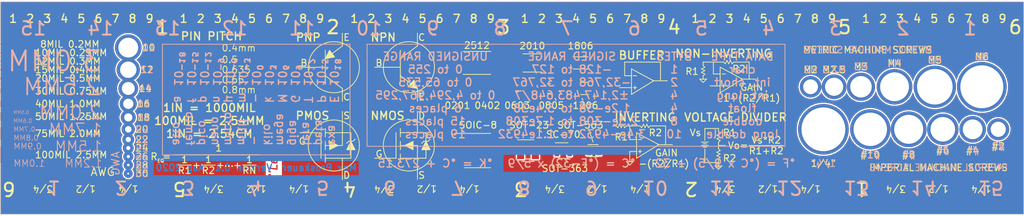
<source format=kicad_pcb>
(kicad_pcb (version 20171130) (host pcbnew "(5.1.4)-1")
  (title_block (title "6\" PCB Ruler") (date 2020-08-07) (rev 0.1) (company "Max Proskauer"))
  (layers (0 F.Cu signal hide) (31 B.Cu signal) (34 B.Paste user) (35 F.Paste user hide) (36 B.SilkS user) (37 F.SilkS user hide) (38 B.Mask user) (39 F.Mask user hide) (44 Edge.Cuts user))
  (net 0 "")
  (module ruler:Wire_Gauge (layer F.Cu) (at 95.25 83.058)
    (fp_text reference AWG (at -3.81 18.542) (layer F.SilkS) (effects (font (size 1.2 1.2))))
    (fp_text value Wire_Gauge)
    (fp_text user AWG (at -1.905 17.272 270) (layer B.SilkS) (effects (font (size 1.2 1.2)) (justify mirror)))
    (fp_text user 10 (at 3.048 0) (layer B.SilkS) (effects (justify mirror)))
    (fp_text user 12 (at 2.794 3.302 180) (layer B.SilkS) (effects (justify mirror)))
    (fp_text user 14 (at 2.54 6.096) (layer B.SilkS) (effects (justify mirror)))
    (fp_text user 16 (at 2.286 8.382) (layer B.SilkS) (effects (justify mirror)))
    (fp_text user 18 (at 2.286 10.414) (layer B.SilkS) (effects (justify mirror)))
    (fp_text user 20 (at 2.032 12.192) (layer B.SilkS) (effects (justify mirror)))
    (fp_text user 22 (at 2.032 13.716) (layer B.SilkS) (effects (justify mirror)))
    (fp_text user 24 (at 2.032 14.986) (layer B.SilkS) (effects (justify mirror)))
    (fp_text user 26 (at 2.032 16.256) (layer B.SilkS) (effects (justify mirror)))
    (fp_text user 28 (at 2.032 17.526) (layer B.SilkS) (effects (justify mirror)))
    (fp_text user 30 (at 2.032 18.796) (layer B.SilkS) (effects (justify mirror)))
    (fp_text user 26 (at 2.032 16.256) (layer F.SilkS))
    (fp_text user 24 (at 2.032 14.986) (layer F.SilkS))
    (fp_text user 22 (at 2.032 13.716) (layer F.SilkS))
    (fp_text user 20 (at 2.032 12.192) (layer F.SilkS))
    (fp_text user 18 (at 2.286 10.414) (layer F.SilkS))
    (fp_text user 16 (at 2.286 8.382) (layer F.SilkS))
    (fp_text user 14 (at 2.54 6.096) (layer F.SilkS))
    (fp_text user 10 (at 3.048 0) (layer F.SilkS))
    (fp_text user 12 (at 2.794 3.302) (layer F.SilkS))
    (fp_text user 30 (at 2.032 18.796) (layer F.SilkS))
    (fp_text user 28 (at 2.032 17.526) (layer F.SilkS))
    (pad "" thru_hole circle (at 0 18.796) (size 1.3208 1.3208) (drill 0.3048) (layers *.Cu *.Mask))
    (pad "" thru_hole circle (at 0 17.526) (size 1.397 1.397) (drill 0.381) (layers *.Cu *.Mask))
    (pad "" thru_hole circle (at 0 16.256) (size 1.4986 1.4986) (drill 0.4826) (layers *.Cu *.Mask))
    (pad "" thru_hole circle (at 0 14.986) (size 1.6256 1.6256) (drill 0.6096) (layers *.Cu *.Mask))
    (pad "" thru_hole circle (at 0 13.716) (size 1.778 1.778) (drill 0.762) (layers *.Cu *.Mask))
    (pad "" thru_hole circle (at 0 12.192) (size 1.9812 1.9812) (drill 0.9652) (layers *.Cu *.Mask))
    (pad "" thru_hole circle (at 0 10.414) (size 2.2352 2.2352) (drill 1.2192) (layers *.Cu *.Mask))
    (pad "" thru_hole circle (at 0 8.382) (size 2.54 2.54) (drill 1.524) (layers *.Cu *.Mask))
    (pad "" thru_hole circle (at 0 6.096) (size 2.9464 2.9464) (drill 1.9304) (layers *.Cu *.Mask))
    (pad "" thru_hole circle (at 0 3.302) (size 3.4544 3.4544) (drill 2.4384) (layers *.Cu *.Mask))
    (pad "" thru_hole circle (at 0 0) (size 3.9624 3.9624) (drill 2.9464) (layers *.Cu *.Mask))
  )
  (module ruler:Track_Width_Imperial (layer F.Cu) (at 76.2 82.55)
    (fp_text reference REF** hide)
    (fp_text value Track_Width_Imperial)
    (fp_text user "100MIL 2.5MM" (at 5.08 16.51) (layer F.SilkS) (effects (justify left)))
    (fp_text user "75MIL 2.0MM" (at 5.08 13.335) (layer F.SilkS) (effects (justify left)))
    (fp_text user "50MIL 1.25MM" (at 5.08 10.795) (layer F.SilkS) (effects (justify left)))
    (fp_text user "40MIL 1.0MM" (at 5.08 8.89) (layer F.SilkS) (effects (justify left)))
    (fp_text user "30MIL 0.75MM" (at 5.08 6.985) (layer F.SilkS) (effects (justify left)))
    (fp_text user "20MIL 0.5MM" (at 5.08 5.08) (layer F.SilkS) (effects (justify left)))
    (fp_text user "15MIL 0.4MM" (at 5.08 3.81) (layer F.SilkS) (effects (justify left)))
    (fp_text user "12MIL 0.3MM" (at 5.08 2.54) (layer F.SilkS) (effects (justify left)))
    (fp_text user "10MIL 0.25MM" (at 5.08 1.27) (layer F.SilkS) (effects (justify left)))
    (fp_text user " 8MIL 0.2MM" (at 5.08 0) (layer F.SilkS) (effects (justify left)))
    (pad "" smd rect (at 2.54 16.51) (size 5.08 2.54) (layers F.Cu F.Paste F.Mask))
    (pad "" smd rect (at 2.54 13.335) (size 5.08 1.905) (layers F.Cu F.Paste F.Mask))
    (pad "" smd rect (at 2.54 10.795) (size 5.08 1.27) (layers F.Cu F.Paste F.Mask))
    (pad "" smd rect (at 2.54 8.89) (size 5.08 1.016) (layers F.Cu F.Paste F.Mask))
    (pad "" smd rect (at 2.54 6.985) (size 5.08 0.762) (layers F.Cu F.Paste F.Mask))
    (pad "" smd rect (at 2.54 5.08) (size 5.08 0.508) (layers F.Cu F.Paste F.Mask))
    (pad "" smd rect (at 2.54 3.81) (size 5.08 0.381) (layers F.Cu F.Paste F.Mask))
    (pad "" smd rect (at 2.54 2.54) (size 5.08 0.3048) (layers F.Cu F.Paste F.Mask))
    (pad "" smd rect (at 2.54 1.27) (size 5.08 0.254) (layers F.Cu F.Paste F.Mask))
    (pad "" smd rect (at 2.54 0) (size 5.08 0.2032) (layers F.Cu F.Paste F.Mask))
  )
  (module ruler:Machine_Screws_Imperial (layer F.Cu) (at 224.79 95.25 180)
    (fp_text reference "IMPERIAL MACHINE SCREWS" (at 8.89 -5.715) (layer F.SilkS))
    (fp_text value Machine_Screws_Imperial)
    (fp_text user 1/4" (at 26.035 -5.08) (layer B.SilkS) (effects (justify mirror)))
    (fp_text user "#10" (at 19.05 -3.81) (layer B.SilkS) (effects (justify mirror)))
    (fp_text user "#8" (at 13.335 -3.81) (layer B.SilkS) (effects (justify mirror)))
    (fp_text user "#6" (at 8.255 -3.175) (layer B.SilkS) (effects (justify mirror)))
    (fp_text user "#4" (at 3.81 -3.175) (layer B.SilkS) (effects (justify mirror)))
    (fp_text user "#2" (at 0 -2.54) (layer B.SilkS) (effects (justify mirror)))
    (fp_text user "IMPERIAL MACHINE SCREWS" (at 8.89 -5.715) (layer B.SilkS) (effects (justify mirror)))
    (fp_text user 1/4" (at 26.035 -5.08) (layer F.SilkS))
    (fp_text user "#10" (at 19.05 -3.81) (layer F.SilkS))
    (fp_text user "#8" (at 13.335 -3.81) (layer F.SilkS))
    (fp_text user "#6" (at 8.255 -3.175) (layer F.SilkS))
    (fp_text user "#4" (at 3.81 -3.175) (layer F.SilkS))
    (fp_text user "#2" (at 0 -2.54) (layer F.SilkS))
    (pad "" thru_hole circle (at 26.035 0 180) (size 7.5438 7.5438) (drill 6.5278) (layers *.Cu *.Mask))
    (pad "" thru_hole circle (at 19.05 0 180) (size 5.9944 5.9944) (drill 4.9784) (layers *.Cu *.Mask))
    (pad "" thru_hole circle (at 13.335 0 180) (size 5.334 5.334) (drill 4.318) (layers *.Cu *.Mask))
    (pad "" thru_hole circle (at 8.255 0 180) (size 4.6736 4.6736) (drill 3.6576) (layers *.Cu *.Mask))
    (pad "" thru_hole circle (at 3.81 0 180) (size 3.9624 3.9624) (drill 2.9464) (layers *.Cu *.Mask))
    (pad "" thru_hole circle (at 0 0 180) (size 3.2766 3.2766) (drill 2.2606) (layers *.Cu *.Mask))
  )
  (module ruler:Machine_Screws_Metric (layer F.Cu) (at 196.85 88.9)
    (fp_text reference "METRIC MACHINE SCREWS" (at 8.5 -5.5) (layer F.SilkS))
    (fp_text value Machine_Screws_Metric)
    (fp_text user M6 (at 25.5 -4.5) (layer B.SilkS) (effects (justify mirror)))
    (fp_text user M5 (at 18.5 -4) (layer B.SilkS) (effects (justify mirror)))
    (fp_text user M4 (at 12.5 -3.5) (layer B.SilkS) (effects (justify mirror)))
    (fp_text user M3 (at 7.5 -3) (layer B.SilkS) (effects (justify mirror)))
    (fp_text user M2.5 (at 3.5 -2.54) (layer B.SilkS) (effects (justify mirror)))
    (fp_text user M2 (at 0 -2.54) (layer B.SilkS) (effects (justify mirror)))
    (fp_text user "METRIC MACHINE SCREWS" (at 8.5 -5.5) (layer B.SilkS) (effects (justify mirror)))
    (fp_text user M6 (at 25.5 -4.5) (layer F.SilkS))
    (fp_text user M5 (at 18.5 -4) (layer F.SilkS))
    (fp_text user M4 (at 12.5 -3.5) (layer F.SilkS))
    (fp_text user M3 (at 7.5 -3) (layer F.SilkS))
    (fp_text user M2.5 (at 3.5 -2.54) (layer F.SilkS))
    (fp_text user M2 (at 0 -2.54) (layer F.SilkS))
    (pad "" thru_hole circle (at 25.5 0) (size 7.4 7.4) (drill 6.4) (layers *.Cu *.Mask))
    (pad "" thru_hole circle (at 18.5 0) (size 6.3 6.3) (drill 5.3) (layers *.Cu *.Mask))
    (pad "" thru_hole circle (at 12.5 0) (size 5.3 5.3) (drill 4.3) (layers *.Cu *.Mask))
    (pad "" thru_hole circle (at 7.5 0) (size 4.2 4.2) (drill 3.2) (layers *.Cu *.Mask))
    (pad "" thru_hole circle (at 3.5 0) (size 3.7 3.7) (drill 2.7) (layers *.Cu *.Mask))
    (pad "" thru_hole circle (at 0 0) (size 3.2 3.2) (drill 2.2) (layers *.Cu *.Mask))
  )
  (module ruler:Pin_Pitch_Gauge (layer F.Cu) (at 105.1 86.36)
    (fp_text reference "PIN PITCH" (at 2.54 -5) (layer F.SilkS) (effects (font (size 1.2 1.2) (thickness 0.2))))
    (fp_text value Pin_Pitch_Gauge)
    (fp_text user 0.8mm (at 4 3) (layer F.SilkS) (effects (font (thickness 0.125)) (justify left)))
    (fp_text user 0.65 (at 4 1.5) (layer F.SilkS) (effects (font (thickness 0.125)) (justify left)))
    (fp_text user 0.635 (at 4 0) (layer F.SilkS) (effects (font (thickness 0.125)) (justify left)))
    (fp_text user 0.5 (at 4 -1.5) (layer F.SilkS) (effects (font (thickness 0.125)) (justify left)))
    (fp_text user 0.4mm (at 4 -3.25) (layer F.SilkS) (effects (font (thickness 0.125)) (justify left)))
    (pad "" smd rect (at 2.8 3 90) (size 1 0.25) (layers F.Cu F.Paste F.Mask))
    (pad "" smd rect (at 3.6 3 90) (size 1 0.25) (layers F.Cu F.Paste F.Mask))
    (pad "" smd rect (at -0.4 3 90) (size 1 0.25) (layers F.Cu F.Paste F.Mask))
    (pad "" smd rect (at 0.4 3 90) (size 1 0.25) (layers F.Cu F.Paste F.Mask))
    (pad "" smd rect (at 2 3 90) (size 1 0.25) (layers F.Cu F.Paste F.Mask))
    (pad "" smd rect (at 1.2 3 90) (size 1 0.25) (layers F.Cu F.Paste F.Mask))
    (pad "" smd rect (at -2 3 90) (size 1 0.25) (layers F.Cu F.Paste F.Mask))
    (pad "" smd rect (at -1.2 3 90) (size 1 0.25) (layers F.Cu F.Paste F.Mask))
    (pad "" smd rect (at -2.8 3 90) (size 1 0.25) (layers F.Cu F.Paste F.Mask))
    (pad "" smd rect (at -3.6 3 90) (size 1 0.25) (layers F.Cu F.Paste F.Mask))
    (pad "" smd rect (at 2.925 1.5 90) (size 1 0.25) (layers F.Cu F.Paste F.Mask))
    (pad "" smd rect (at 3.575 1.5 90) (size 1 0.25) (layers F.Cu F.Paste F.Mask))
    (pad "" smd rect (at 1.625 1.5 90) (size 1 0.25) (layers F.Cu F.Paste F.Mask))
    (pad "" smd rect (at 2.275 1.5 90) (size 1 0.25) (layers F.Cu F.Paste F.Mask))
    (pad "" smd rect (at 0.325 1.5 90) (size 1 0.25) (layers F.Cu F.Paste F.Mask))
    (pad "" smd rect (at 0.975 1.5 90) (size 1 0.25) (layers F.Cu F.Paste F.Mask))
    (pad "" smd rect (at -0.975 1.5 90) (size 1 0.25) (layers F.Cu F.Paste F.Mask))
    (pad "" smd rect (at -0.325 1.5 90) (size 1 0.25) (layers F.Cu F.Paste F.Mask))
    (pad "" smd rect (at -2.275 1.5 90) (size 1 0.25) (layers F.Cu F.Paste F.Mask))
    (pad "" smd rect (at -1.625 1.5 90) (size 1 0.25) (layers F.Cu F.Paste F.Mask))
    (pad "" smd rect (at -2.925 1.5 90) (size 1 0.25) (layers F.Cu F.Paste F.Mask))
    (pad "" smd rect (at -3.575 1.5 90) (size 1 0.25) (layers F.Cu F.Paste F.Mask))
    (pad "" smd rect (at 3.485 0 90) (size 1 0.25) (layers F.Cu F.Paste F.Mask))
    (pad "" smd rect (at 2.85 0 90) (size 1 0.25) (layers F.Cu F.Paste F.Mask))
    (pad "" smd rect (at 2.215 0 90) (size 1 0.25) (layers F.Cu F.Paste F.Mask))
    (pad "" smd rect (at 1.58 0 90) (size 1 0.25) (layers F.Cu F.Paste F.Mask))
    (pad "" smd rect (at 0.945 0 90) (size 1 0.25) (layers F.Cu F.Paste F.Mask))
    (pad "" smd rect (at 0.31 0 90) (size 1 0.25) (layers F.Cu F.Paste F.Mask))
    (pad "" smd rect (at -0.325 0 90) (size 1 0.25) (layers F.Cu F.Paste F.Mask))
    (pad "" smd rect (at -0.96 0 90) (size 1 0.25) (layers F.Cu F.Paste F.Mask))
    (pad "" smd rect (at -1.595 0 90) (size 1 0.25) (layers F.Cu F.Paste F.Mask))
    (pad "" smd rect (at -2.23 0 90) (size 1 0.25) (layers F.Cu F.Paste F.Mask))
    (pad "" smd rect (at -2.865 0 90) (size 1 0.25) (layers F.Cu F.Paste F.Mask))
    (pad "" smd rect (at -3.5 0 90) (size 1 0.25) (layers F.Cu F.Paste F.Mask))
    (pad "" smd rect (at 0.5 -1.5 90) (size 1 0.25) (layers F.Cu F.Paste F.Mask))
    (pad "" smd rect (at 1.5 -1.5 90) (size 1 0.25) (layers F.Cu F.Paste F.Mask))
    (pad "" smd rect (at 2 -1.5 90) (size 1 0.25) (layers F.Cu F.Paste F.Mask))
    (pad "" smd rect (at 3.5 -1.5 90) (size 1 0.25) (layers F.Cu F.Paste F.Mask))
    (pad "" smd rect (at 3 -1.5 90) (size 1 0.25) (layers F.Cu F.Paste F.Mask))
    (pad "" smd rect (at 2.5 -1.5 90) (size 1 0.25) (layers F.Cu F.Paste F.Mask))
    (pad "" smd rect (at 1 -1.5 90) (size 1 0.25) (layers F.Cu F.Paste F.Mask))
    (pad "" smd rect (at -1.5 -1.5 90) (size 1 0.25) (layers F.Cu F.Paste F.Mask))
    (pad "" smd rect (at -0.5 -1.5 90) (size 1 0.25) (layers F.Cu F.Paste F.Mask))
    (pad "" smd rect (at 0 -1.5 90) (size 1 0.25) (layers F.Cu F.Paste F.Mask))
    (pad "" smd rect (at -1 -1.5 90) (size 1 0.25) (layers F.Cu F.Paste F.Mask))
    (pad "" smd rect (at -2.5 -1.5 90) (size 1 0.25) (layers F.Cu F.Paste F.Mask))
    (pad "" smd rect (at -2 -1.5 90) (size 1 0.25) (layers F.Cu F.Paste F.Mask))
    (pad "" smd rect (at -3 -1.5 90) (size 1 0.25) (layers F.Cu F.Paste F.Mask))
    (pad "" smd rect (at -3.5 -1.5 90) (size 1 0.25) (layers F.Cu F.Paste F.Mask))
    (pad "" smd rect (at 3.4 -3.2 90) (size 1 0.25) (layers F.Cu F.Paste F.Mask))
    (pad "" smd rect (at 3 -3.2 90) (size 1 0.25) (layers F.Cu F.Paste F.Mask))
    (pad "" smd rect (at 0.2 -3.2 90) (size 1 0.25) (layers F.Cu F.Paste F.Mask))
    (pad "" smd rect (at 0.6 -3.2 90) (size 1 0.25) (layers F.Cu F.Paste F.Mask))
    (pad "" smd rect (at 1 -3.2 90) (size 1 0.25) (layers F.Cu F.Paste F.Mask))
    (pad "" smd rect (at 2.2 -3.2 90) (size 1 0.25) (layers F.Cu F.Paste F.Mask))
    (pad "" smd rect (at 1.8 -3.2 90) (size 1 0.25) (layers F.Cu F.Paste F.Mask))
    (pad "" smd rect (at 1.4 -3.2 90) (size 1 0.25) (layers F.Cu F.Paste F.Mask))
    (pad "" smd rect (at 2.6 -3.2 90) (size 1 0.25) (layers F.Cu F.Paste F.Mask))
    (pad "" smd rect (at -0.2 -3.2 90) (size 1 0.25) (layers F.Cu F.Paste F.Mask))
    (pad "" smd rect (at -1.4 -3.2 90) (size 1 0.25) (layers F.Cu F.Paste F.Mask))
    (pad "" smd rect (at -1 -3.2 90) (size 1 0.25) (layers F.Cu F.Paste F.Mask))
    (pad "" smd rect (at -0.6 -3.2 90) (size 1 0.25) (layers F.Cu F.Paste F.Mask))
    (pad "" smd rect (at -1.8 -3.2 90) (size 1 0.25) (layers F.Cu F.Paste F.Mask))
    (pad "" smd rect (at -2.2 -3.2 90) (size 1 0.25) (layers F.Cu F.Paste F.Mask))
    (pad "" smd rect (at -2.6 -3.2 90) (size 1 0.25) (layers F.Cu F.Paste F.Mask))
    (pad "" smd rect (at -3 -3.2 90) (size 1 0.25) (layers F.Cu F.Paste F.Mask))
    (pad "" smd rect (at -3.4 -3.2 90) (size 1 0.25) (layers F.Cu F.Paste F.Mask))
  )
  (module Package_TO_SOT_SMD:SOT-563 (layer F.Cu) (at 164.58 98.425)
    (fp_text reference SOT-563 (at -2.02 -3.81) (layer F.SilkS))
    (fp_text value SOT-563 hide)
    (pad 5 smd rect (at 0.75 0) (size 0.7 0.4) (layers F.Cu F.Paste F.Mask))
    (pad 4 smd rect (at 0.75 0.5) (size 0.7 0.4) (layers F.Cu F.Paste F.Mask))
    (pad 2 smd rect (at -0.75 0) (size 0.7 0.4) (layers F.Cu F.Paste F.Mask))
    (pad 6 smd rect (at 0.75 -0.5) (size 0.7 0.4) (layers F.Cu F.Paste F.Mask))
    (pad 3 smd rect (at -0.75 0.5) (size 0.7 0.4) (layers F.Cu F.Paste F.Mask))
    (pad 1 smd rect (at -0.75 -0.5) (size 0.7 0.4) (layers F.Cu F.Paste F.Mask))
  )
  (module Package_TO_SOT_SMD:SOT-363_SC-70-6 (layer F.Cu) (at 160.02 98.425)
    (fp_text reference SOT-363 (at 0.254 2.667) (layer F.SilkS))
    (fp_text value SOT-363_SC-70-6 hide)
    (pad 6 smd rect (at 0.95 -0.65) (size 0.65 0.4) (layers F.Cu F.Paste F.Mask))
    (pad 4 smd rect (at 0.95 0.65) (size 0.65 0.4) (layers F.Cu F.Paste F.Mask))
    (pad 2 smd rect (at -0.95 0) (size 0.65 0.4) (layers F.Cu F.Paste F.Mask))
    (pad 5 smd rect (at 0.95 0) (size 0.65 0.4) (layers F.Cu F.Paste F.Mask))
    (pad 3 smd rect (at -0.95 0.65) (size 0.65 0.4) (layers F.Cu F.Paste F.Mask))
    (pad 1 smd rect (at -0.95 -0.65) (size 0.65 0.4) (layers F.Cu F.Paste F.Mask))
  )
  (module ruler:Metric_Partial (layer B.Cu) (at 76.6 76.2)
    (fp_text reference R hide)
    (fp_text value Metric_Partial hide)
  )
  (module ruler:Metric_Partial (layer B.Cu) (at 228.2 107.95 180)
    (fp_text reference R hide)
    (fp_text value Metric_Partial hide)
  )
  (module ruler:Metric (layer B.Cu) (at 226.2 107.95 180)
    (fp_text reference R hide)
    (fp_text value Metric hide)
  )
  (module ruler:Metric (layer B.Cu) (at 216.2 107.95 180)
    (fp_text reference R hide)
    (fp_text value Metric hide)
  )
  (module ruler:Metric (layer B.Cu) (at 206.2 107.95 180)
    (fp_text reference R hide)
    (fp_text value Metric hide)
  )
  (module ruler:Metric (layer B.Cu) (at 196.2 107.95 180)
    (fp_text reference R hide)
    (fp_text value Metric hide)
  )
  (module ruler:Metric (layer B.Cu) (at 186.2 107.95 180)
    (fp_text reference R hide)
    (fp_text value Metric hide)
  )
  (module ruler:Metric (layer B.Cu) (at 176.2 107.95 180)
    (fp_text reference R hide)
    (fp_text value Metric hide)
  )
  (module ruler:Metric (layer B.Cu) (at 166.2 107.95 180)
    (fp_text reference R hide)
    (fp_text value Metric hide)
  )
  (module ruler:Metric (layer B.Cu) (at 156.2 107.95 180)
    (fp_text reference R hide)
    (fp_text value Metric hide)
  )
  (module ruler:Metric (layer B.Cu) (at 146.2 107.95 180)
    (fp_text reference R hide)
    (fp_text value Metric hide)
  )
  (module ruler:Metric (layer B.Cu) (at 136.2 107.95 180)
    (fp_text reference R hide)
    (fp_text value Metric hide)
  )
  (module ruler:Metric (layer B.Cu) (at 126.2 107.95 180)
    (fp_text reference R hide)
    (fp_text value Metric hide)
  )
  (module ruler:Metric (layer B.Cu) (at 116.2 107.95 180)
    (fp_text reference R hide)
    (fp_text value Metric hide)
  )
  (module ruler:Metric (layer B.Cu) (at 106.2 107.95 180)
    (fp_text reference R hide)
    (fp_text value Metric hide)
  )
  (module ruler:Metric (layer B.Cu) (at 78.6 76.2)
    (fp_text reference 15 (at 2.5 4) (layer B.SilkS) (effects (font (size 2 2) (thickness 0.3)) (justify mirror)))
    (fp_text value Metric hide)
  )
  (module ruler:Metric (layer B.Cu) (at 88.6 76.2)
    (fp_text reference 14 (at 2.5 4) (layer B.SilkS) (effects (font (size 2 2) (thickness 0.3)) (justify mirror)))
    (fp_text value Metric hide)
  )
  (module ruler:Metric (layer B.Cu) (at 98.6 76.2)
    (fp_text reference 13 (at 2.5 4) (layer B.SilkS) (effects (font (size 2 2) (thickness 0.3)) (justify mirror)))
    (fp_text value Metric hide)
  )
  (module ruler:Metric (layer B.Cu) (at 108.6 76.2)
    (fp_text reference 12 (at 2.5 4) (layer B.SilkS) (effects (font (size 2 2) (thickness 0.3)) (justify mirror)))
    (fp_text value Metric hide)
  )
  (module ruler:Metric (layer B.Cu) (at 118.6 76.2)
    (fp_text reference 11 (at 2.5 4) (layer B.SilkS) (effects (font (size 2 2) (thickness 0.3)) (justify mirror)))
    (fp_text value Metric hide)
  )
  (module ruler:Metric (layer B.Cu) (at 128.6 76.2)
    (fp_text reference 10 (at 2.5 4) (layer B.SilkS) (effects (font (size 2 2) (thickness 0.3)) (justify mirror)))
    (fp_text value Metric hide)
  )
  (module ruler:Metric (layer B.Cu) (at 138.6 76.2)
    (fp_text reference 9 (at 2 4) (layer B.SilkS) (effects (font (size 2 2) (thickness 0.3)) (justify mirror)))
    (fp_text value Metric hide)
  )
  (module ruler:Metric (layer B.Cu) (at 148.6 76.2)
    (fp_text reference 8 (at 2 4) (layer B.SilkS) (effects (font (size 2 2) (thickness 0.3)) (justify mirror)))
    (fp_text value Metric hide)
  )
  (module ruler:Metric (layer B.Cu) (at 158.6 76.2)
    (fp_text reference 7 (at 2 4) (layer B.SilkS) (effects (font (size 2 2) (thickness 0.3)) (justify mirror)))
    (fp_text value Metric hide)
  )
  (module ruler:Metric (layer B.Cu) (at 168.6 76.2)
    (fp_text reference 6 (at 2 4) (layer B.SilkS) (effects (font (size 2 2) (thickness 0.3)) (justify mirror)))
    (fp_text value Metric hide)
  )
  (module ruler:Metric (layer B.Cu) (at 178.6 76.2)
    (fp_text reference 5 (at 2 4) (layer B.SilkS) (effects (font (size 2 2) (thickness 0.3)) (justify mirror)))
    (fp_text value Metric hide)
  )
  (module ruler:Metric (layer B.Cu) (at 188.6 76.2)
    (fp_text reference 4 (at 2 4) (layer B.SilkS) (effects (font (size 2 2) (thickness 0.3)) (justify mirror)))
    (fp_text value Metric hide)
  )
  (module ruler:Metric (layer B.Cu) (at 198.6 76.2)
    (fp_text reference 3 (at 2 4) (layer B.SilkS) (effects (font (size 2 2) (thickness 0.3)) (justify mirror)))
    (fp_text value Metric hide)
  )
  (module ruler:Metric_Edge (layer B.Cu) (at 218.6 76.2)
    (fp_text reference 1 (at 2 4) (layer B.SilkS) (effects (font (size 2 2) (thickness 0.3)) (justify mirror)))
    (fp_text value Metric_Edge hide)
  )
  (module ruler:Metric (layer B.Cu) (at 208.6 76.2)
    (fp_text reference 2 (at 2 4) (layer B.SilkS) (effects (font (size 2 2) (thickness 0.3)) (justify mirror)))
    (fp_text value Metric hide)
  )
  (module ruler:Metric_Edge (layer B.Cu) (at 86.2 107.95 180)
    (fp_text reference R hide)
    (fp_text value Metric_Edge hide)
  )
  (module ruler:Metric (layer B.Cu) (at 96.2 107.95 180)
    (fp_text reference R hide)
    (fp_text value Metric hide)
  )
  (module ruler:Inches_Imperial_Edge (layer F.Cu) (at 203.2 107.95)
    (fp_text reference R hide)
    (fp_text value Inches_Imperial_Edge hide)
  )
  (module ruler:Inches_Imperial (layer F.Cu) (at 177.8 107.95)
    (fp_text reference R hide)
    (fp_text value Inches_Imperial hide)
  )
  (module ruler:Inches_Imperial (layer F.Cu) (at 152.4 107.95)
    (fp_text reference R hide)
    (fp_text value Inches_Imperial hide)
  )
  (module ruler:Inches_Imperial (layer F.Cu) (at 127 107.95)
    (fp_text reference R hide)
    (fp_text value Inches_Imperial hide)
  )
  (module ruler:Inches_Imperial_Edge (layer F.Cu) (at 76.2 107.95)
    (fp_text reference R hide)
    (fp_text value Inches_Imperial_Edge hide)
  )
  (module ruler:Inches_Imperial (layer F.Cu) (at 101.6 107.95)
    (fp_text reference R hide)
    (fp_text value Inches_Imperial hide)
  )
  (module ruler:Inches_0.1_Edge (layer F.Cu) (at 228.6 76.2 180)
    (fp_text reference 6 (at 1.27 -3.81) (layer F.SilkS) (effects (font (size 2 2) (thickness 0.3))))
    (fp_text value Inches_0.1_Edge hide)
  )
  (module ruler:Inches_0.1 (layer F.Cu) (at 203.2 76.2 180)
    (fp_text reference 5 (at 1.27 -3.81) (layer F.SilkS) (effects (font (size 2 2) (thickness 0.3))))
    (fp_text value Inches_0.1 hide)
  )
  (module ruler:Inches_0.1 (layer F.Cu) (at 177.8 76.2 180)
    (fp_text reference 4 (at 1.27 -3.81) (layer F.SilkS) (effects (font (size 2 2) (thickness 0.3))))
    (fp_text value Inches_0.1 hide)
  )
  (module ruler:Inches_0.1 (layer F.Cu) (at 152.4 76.2 180)
    (fp_text reference 3 (at 1.27 -3.81) (layer F.SilkS) (effects (font (size 2 2) (thickness 0.3))))
    (fp_text value Inches_0.1 hide)
  )
  (module ruler:Inches_0.1_Edge (layer F.Cu) (at 101.6 76.2 180)
    (fp_text reference 1 (at 1.27 -3.81) (layer F.SilkS) (effects (font (size 2 2) (thickness 0.3))))
    (fp_text value Inches_0.1_Edge hide)
  )
  (module ruler:Inches_0.1 (layer F.Cu) (at 127 76.2 180)
    (fp_text reference 2 (at 1.27 -3.81) (layer F.SilkS) (effects (font (size 2 2) (thickness 0.3))))
    (fp_text value Inches_0.1 hide)
  )
  (module Package_SO:SOIC-8_3.9x4.9mm_P1.27mm (layer F.Cu) (at 147.255 98.425)
    (fp_text reference SOIC-8 (at 0.065 -3.81) (layer F.SilkS))
    (fp_text value SOIC-8_3.9x4.9mm_P1.27mm hide)
    (pad 8 smd roundrect (at 2.475 -1.905) (size 1.95 0.6) (layers F.Cu F.Paste F.Mask))
    (pad 7 smd roundrect (at 2.475 -0.635) (size 1.95 0.6) (layers F.Cu F.Paste F.Mask))
    (pad 6 smd roundrect (at 2.475 0.635) (size 1.95 0.6) (layers F.Cu F.Paste F.Mask))
    (pad 5 smd roundrect (at 2.475 1.905) (size 1.95 0.6) (layers F.Cu F.Paste F.Mask))
    (pad 4 smd roundrect (at -2.475 1.905) (size 1.95 0.6) (layers F.Cu F.Paste F.Mask))
    (pad 3 smd roundrect (at -2.475 0.635) (size 1.95 0.6) (layers F.Cu F.Paste F.Mask))
    (pad 2 smd roundrect (at -2.475 -0.635) (size 1.95 0.6) (layers F.Cu F.Paste F.Mask))
    (pad 1 smd roundrect (at -2.475 -1.905) (size 1.95 0.6) (layers F.Cu F.Paste F.Mask))
  )
  (module Resistor_SMD:R_2512_6332Metric (layer F.Cu) (at 147.172 85.344)
    (fp_text reference 2512 (at 0 -2.62) (layer F.SilkS))
    (fp_text value R_2512_6332Metric hide)
    (pad 2 smd roundrect (at 2.9 0) (size 1.35 3.35) (layers F.Cu F.Paste F.Mask) (roundrect_rratio 0.185185))
    (pad 1 smd roundrect (at -2.9 0) (size 1.35 3.35) (layers F.Cu F.Paste F.Mask) (roundrect_rratio 0.185185))
  )
  (module Resistor_SMD:R_2010_5025Metric (layer F.Cu) (at 155.412 85.344)
    (fp_text reference 2010 (at 0 -2.54) (layer F.SilkS))
    (fp_text value R_2010_5025Metric hide)
    (pad 2 smd roundrect (at 2.25 0) (size 1.35 2.65) (layers F.Cu F.Paste F.Mask) (roundrect_rratio 0.185185))
    (pad 1 smd roundrect (at -2.25 0) (size 1.35 2.65) (layers F.Cu F.Paste F.Mask) (roundrect_rratio 0.185185))
  )
  (module Resistor_SMD:R_1806_4516Metric (layer F.Cu) (at 162.592 85.344)
    (fp_text reference 1806 (at 0 -2.54) (layer F.SilkS))
    (fp_text value R_1806_4516Metric hide)
    (pad 2 smd roundrect (at 2 0) (size 1.4 1.8) (layers F.Cu F.Paste F.Mask) (roundrect_rratio 0.178571))
    (pad 1 smd roundrect (at -2 0) (size 1.4 1.8) (layers F.Cu F.Paste F.Mask) (roundrect_rratio 0.178571))
  )
  (module Resistor_SMD:R_1206_3216Metric (layer F.Cu) (at 163.192 89.154)
    (fp_text reference 1206 (at 0.13 2.54) (layer F.SilkS))
    (fp_text value R_1206_3216Metric hide)
    (pad 2 smd roundrect (at 1.4 0) (size 1.25 1.75) (layers F.Cu F.Paste F.Mask) (roundrect_rratio 0.2))
    (pad 1 smd roundrect (at -1.4 0) (size 1.25 1.75) (layers F.Cu F.Paste F.Mask) (roundrect_rratio 0.2))
  )
  (module Resistor_SMD:R_0805_2012Metric (layer F.Cu) (at 157.9095 89.154)
    (fp_text reference 0805 (at 0.3325 2.54) (layer F.SilkS))
    (fp_text value R_0805_2012Metric hide)
    (pad 2 smd roundrect (at 0.9375 0) (size 0.975 1.4) (layers F.Cu F.Paste F.Mask))
    (pad 1 smd roundrect (at -0.9375 0) (size 0.975 1.4) (layers F.Cu F.Paste F.Mask))
  )
  (module Resistor_SMD:R_0402_1005Metric (layer F.Cu) (at 148.567 89.154)
    (fp_text reference 0402 (at 0.15 2.54) (layer F.SilkS))
    (fp_text value R_0402_1005Metric hide)
    (pad 2 smd roundrect (at 0.485 0) (size 0.59 0.64) (layers F.Cu F.Paste F.Mask))
    (pad 1 smd roundrect (at -0.485 0) (size 0.59 0.64) (layers F.Cu F.Paste F.Mask))
  )
  (module Resistor_SMD:R_0201_0603Metric (layer F.Cu) (at 144.272 89.154)
    (fp_text reference 0201 (at 0 2.54) (layer F.SilkS))
    (fp_text value R_0201_0603Metric hide)
    (pad 2 smd roundrect (at 0.32 0) (size 0.46 0.4) (layers F.Cu F.Mask))
    (pad 1 smd roundrect (at -0.32 0) (size 0.46 0.4) (layers F.Cu F.Mask))
  )
  (module Resistor_SMD:R_0603_1608Metric (layer F.Cu) (at 153.162 89.154)
    (fp_text reference 0603 (at 0 2.54) (layer F.SilkS))
    (fp_text value R_0603_1608Metric hide)
    (pad 2 smd roundrect (at 0.7875 0) (size 0.875 0.95) (layers F.Cu F.Paste F.Mask))
    (pad 1 smd roundrect (at -0.7875 0) (size 0.875 0.95) (layers F.Cu F.Paste F.Mask))
  )
  (module Package_TO_SOT_SMD:SOT-23-5 (layer F.Cu) (at 154.77 98.425)
    (fp_text reference SOT-23 (at 0.17 -3.81) (layer F.SilkS))
    (fp_text value SOT-23-5 hide)
    (pad 5 smd rect (at 1.1 -0.95) (size 1.06 0.65) (layers F.Cu F.Paste F.Mask))
    (pad 4 smd rect (at 1.1 0.95) (size 1.06 0.65) (layers F.Cu F.Paste F.Mask))
    (pad 3 smd rect (at -1.1 0.95) (size 1.06 0.65) (layers F.Cu F.Paste F.Mask))
    (pad 2 smd rect (at -1.1 0) (size 1.06 0.65) (layers F.Cu F.Paste F.Mask))
    (pad 1 smd rect (at -1.1 -0.95) (size 1.06 0.65) (layers F.Cu F.Paste F.Mask))
  )
  (gr_text "(R1⁻¹+R2⁻¹...+RN⁻¹)⁻¹" (at 109.22 114.3) (layer F.SilkS) (effects (font (size 1 1))))
  (gr_line (start 102.108 99.06) (end 114.808 99.06) (layer F.SilkS) (width 0.12))
  (gr_text 1 (at 108.712 98.044) (layer F.SilkS) (effects (font (size 1 1))))
  (gr_text + (at 111.506 100.584) (layer F.SilkS) (effects (font (size 1 1))))
  (gr_text + (at 108.966 100.584) (layer F.SilkS) (effects (font (size 1 1))))
  (gr_text + (at 105.41 100.584) (layer F.SilkS) (effects (font (size 1 1))))
  (gr_line (start 112.268 100.584) (end 114.3 100.584) (layer F.SilkS) (width 0.12))
  (gr_line (start 106.172 100.584) (end 108.204 100.584) (layer F.SilkS) (width 0.12))
  (gr_text "1\nRN" (at 113.284 100.584) (layer F.SilkS) (effects (font (size 1 1))))
  (gr_text "1\nR2" (at 107.188 100.584) (layer F.SilkS) (effects (font (size 1 1))))
  (gr_text ... (at 110.236 100.33) (layer F.SilkS) (effects (font (size 1 1))))
  (gr_text EQ (at 100.076 99.949) (layer F.SilkS) (effects (font (size 0.5 0.5) (thickness 0.1))))
  (gr_line (start 102.616 100.584) (end 104.648 100.584) (layer F.SilkS) (width 0.12))
  (gr_text "R =" (at 100.076 99.314) (layer F.SilkS) (effects (font (size 1 1))))
  (gr_text "1\nR1" (at 103.632 100.584) (layer F.SilkS) (effects (font (size 1 1))))
  (gr_text "1IN = 1000MIL\n100MIL = 2.54MM\n1IN = 2.54CM\n" (at 107.315 93.98) (layer F.SilkS) (effects (font (size 1.2 1.2) (thickness 0.2))))
  (gr_text "°K = °C + 273.15" (at 140.97 100.33) (layer B.SilkS) (effects (font (size 1.2 1.2) (thickness 0.2)) (justify mirror)))
  (gr_text "°F = (°C x 9/5) + 32" (at 184.15 100.33) (layer B.SilkS) (effects (font (size 1.2 1.2) (thickness 0.2)) (justify mirror)))
  (gr_text "°C = (°F-32) x 5/9" (at 161.29 100.33) (layer B.SilkS) (effects (font (size 1.2 1.2) (thickness 0.2)) (justify mirror)))
  (gr_line (start 163.83 95.25) (end 164.465 97.155) (layer F.SilkS) (width 0.12))
  (gr_text 0.5MM (at 78.105 92.71) (layer B.SilkS) (effects (font (size 0.5 0.5) (thickness 0.05)) (justify right mirror)))
  (gr_text 0.7MM (at 78.105 95.25) (layer B.SilkS) (effects (font (size 0.7 0.7) (thickness 0.07)) (justify right mirror)))
  (gr_text 0.9MM (at 78.105 97.79) (layer B.SilkS) (effects (font (size 0.9 0.9) (thickness 0.09)) (justify right mirror)))
  (gr_text 0.6MM (at 78.105 93.98) (layer B.SilkS) (effects (font (size 0.6 0.6) (thickness 0.06)) (justify right mirror)))
  (gr_text 0.8MM (at 78.105 96.52) (layer B.SilkS) (effects (font (size 0.8 0.8) (thickness 0.08)) (justify right mirror)))
  (gr_text 1.0MM (at 78.105 100.33) (layer B.SilkS) (effects (font (size 1 1) (thickness 0.1)) (justify right mirror)))
  (gr_text 1.2MM (at 91.44 100.33) (layer B.SilkS) (effects (font (size 1.2 1.2) (thickness 0.12)) (justify left mirror)))
  (gr_text 1.5MM (at 91.44 97.79) (layer B.SilkS) (effects (font (size 1.5 1.5)) (justify left mirror)))
  (gr_text 1.7MM (at 91.44 95.25) (layer B.SilkS) (effects (font (size 1.7 1.7) (thickness 0.17)) (justify left mirror)))
  (gr_text 2.0MM (at 91.44 92.71) (layer B.SilkS) (effects (font (size 2 2) (thickness 0.2)) (justify left mirror)))
  (gr_text 2.5MM (at 91.44 88.9) (layer B.SilkS) (effects (font (size 2.5 2.5) (thickness 0.25)) (justify left mirror)))
  (gr_text 3.0MM (at 91.44 85.09) (layer B.SilkS) (effects (font (size 2.999999 2.999999) (thickness 0.3)) (justify left mirror)))
  (gr_text "- Lorde" (at 118.745 83.82 90) (layer F.Cu) (effects (font (size 1.2 1.2) (thickness 0.2) italic) (justify right)))
  (gr_line (start 100.33 82.55) (end 100.33 99.06) (layer B.SilkS) (width 0.12))
  (gr_line (start 128.27 82.55) (end 100.33 82.55) (layer B.SilkS) (width 0.12))
  (gr_line (start 128.27 99.06) (end 128.27 82.55) (layer B.SilkS) (width 0.12))
  (gr_line (start 100.33 99.06) (end 128.27 99.06) (layer B.SilkS) (width 0.12))
  (gr_line (start 193.04 97.79) (end 193.04 82.55) (layer B.SilkS) (width 0.12))
  (gr_line (start 130.81 97.79) (end 193.04 97.79) (layer B.SilkS) (width 0.12))
  (gr_line (start 130.81 82.55) (end 130.81 97.79) (layer B.SilkS) (width 0.12))
  (gr_line (start 193.04 82.55) (end 130.81 82.55) (layer B.SilkS) (width 0.12))
  (gr_text "\"Let me be your ruler\"" (at 116.84 81.28 90) (layer F.Cu) (effects (font (size 1.2 1.2) (thickness 0.2) italic) (justify right)))
  (gr_text SC-70 (at 160.02 96.012) (layer F.SilkS) (effects (font (size 1 1))))
  (gr_text "VOLTAGE DIVIDER" (at 185.674 93.472) (layer F.SilkS) (effects (font (size 1.2 1.2) (thickness 0.2))))
  (gr_line (start 187.706 97.663) (end 192.786 97.663) (layer F.SilkS) (width 0.12))
  (gr_text G (at 121.158 97.028) (layer F.SilkS) (effects (font (size 1 1))))
  (gr_text 8 (at 222.885 78.74) (layer F.SilkS) (effects (font (size 1.2 1.2) (thickness 0.2))))
  (gr_text 1 (at 205.105 78.74) (layer F.SilkS) (effects (font (size 1.2 1.2) (thickness 0.2))))
  (gr_text 6 (at 217.805 78.74) (layer F.SilkS) (effects (font (size 1.2 1.2) (thickness 0.2))))
  (gr_text 3 (at 210.185 78.74) (layer F.SilkS) (effects (font (size 1.2 1.2) (thickness 0.2))))
  (gr_text 4 (at 212.725 78.74) (layer F.SilkS) (effects (font (size 1.2 1.2) (thickness 0.2))))
  (gr_text 2 (at 207.645 78.74) (layer F.SilkS) (effects (font (size 1.2 1.2) (thickness 0.2))))
  (gr_text 7 (at 220.345 78.74) (layer F.SilkS) (effects (font (size 1.2 1.2) (thickness 0.2))))
  (gr_text 5 (at 215.265 78.74) (layer F.SilkS) (effects (font (size 1.2 1.2) (thickness 0.2))))
  (gr_text 9 (at 225.425 78.74) (layer F.SilkS) (effects (font (size 1.2 1.2) (thickness 0.2))))
  (gr_text 8 (at 197.485 78.74) (layer F.SilkS) (effects (font (size 1.2 1.2) (thickness 0.2))))
  (gr_text 1 (at 179.705 78.74) (layer F.SilkS) (effects (font (size 1.2 1.2) (thickness 0.2))))
  (gr_text 6 (at 192.405 78.74) (layer F.SilkS) (effects (font (size 1.2 1.2) (thickness 0.2))))
  (gr_text 3 (at 184.785 78.74) (layer F.SilkS) (effects (font (size 1.2 1.2) (thickness 0.2))))
  (gr_text 4 (at 187.325 78.74) (layer F.SilkS) (effects (font (size 1.2 1.2) (thickness 0.2))))
  (gr_text 2 (at 182.245 78.74) (layer F.SilkS) (effects (font (size 1.2 1.2) (thickness 0.2))))
  (gr_text 7 (at 194.945 78.74) (layer F.SilkS) (effects (font (size 1.2 1.2) (thickness 0.2))))
  (gr_text 5 (at 189.865 78.74) (layer F.SilkS) (effects (font (size 1.2 1.2) (thickness 0.2))))
  (gr_text 9 (at 200.025 78.74) (layer F.SilkS) (effects (font (size 1.2 1.2) (thickness 0.2))))
  (gr_text 8 (at 172.085 78.74) (layer F.SilkS) (effects (font (size 1.2 1.2) (thickness 0.2))))
  (gr_text 1 (at 154.305 78.74) (layer F.SilkS) (effects (font (size 1.2 1.2) (thickness 0.2))))
  (gr_text 6 (at 167.005 78.74) (layer F.SilkS) (effects (font (size 1.2 1.2) (thickness 0.2))))
  (gr_text 3 (at 159.385 78.74) (layer F.SilkS) (effects (font (size 1.2 1.2) (thickness 0.2))))
  (gr_text 4 (at 161.925 78.74) (layer F.SilkS) (effects (font (size 1.2 1.2) (thickness 0.2))))
  (gr_text 2 (at 156.845 78.74) (layer F.SilkS) (effects (font (size 1.2 1.2) (thickness 0.2))))
  (gr_text 7 (at 169.545 78.74) (layer F.SilkS) (effects (font (size 1.2 1.2) (thickness 0.2))))
  (gr_text 5 (at 164.465 78.74) (layer F.SilkS) (effects (font (size 1.2 1.2) (thickness 0.2))))
  (gr_text 9 (at 174.625 78.74) (layer F.SilkS) (effects (font (size 1.2 1.2) (thickness 0.2))))
  (gr_text 8 (at 146.685 78.74) (layer F.SilkS) (effects (font (size 1.2 1.2) (thickness 0.2))))
  (gr_text 1 (at 128.905 78.74) (layer F.SilkS) (effects (font (size 1.2 1.2) (thickness 0.2))))
  (gr_text 6 (at 141.605 78.74) (layer F.SilkS) (effects (font (size 1.2 1.2) (thickness 0.2))))
  (gr_text 3 (at 133.985 78.74) (layer F.SilkS) (effects (font (size 1.2 1.2) (thickness 0.2))))
  (gr_text 4 (at 136.525 78.74) (layer F.SilkS) (effects (font (size 1.2 1.2) (thickness 0.2))))
  (gr_text 2 (at 131.445 78.74) (layer F.SilkS) (effects (font (size 1.2 1.2) (thickness 0.2))))
  (gr_text 7 (at 144.145 78.74) (layer F.SilkS) (effects (font (size 1.2 1.2) (thickness 0.2))))
  (gr_text 5 (at 139.065 78.74) (layer F.SilkS) (effects (font (size 1.2 1.2) (thickness 0.2))))
  (gr_text 9 (at 149.225 78.74) (layer F.SilkS) (effects (font (size 1.2 1.2) (thickness 0.2))))
  (gr_text 8 (at 121.285 78.74) (layer F.SilkS) (effects (font (size 1.2 1.2) (thickness 0.2))))
  (gr_text 1 (at 103.505 78.74) (layer F.SilkS) (effects (font (size 1.2 1.2) (thickness 0.2))))
  (gr_text 6 (at 116.205 78.74) (layer F.SilkS) (effects (font (size 1.2 1.2) (thickness 0.2))))
  (gr_text 3 (at 108.585 78.74) (layer F.SilkS) (effects (font (size 1.2 1.2) (thickness 0.2))))
  (gr_text 4 (at 111.125 78.74) (layer F.SilkS) (effects (font (size 1.2 1.2) (thickness 0.2))))
  (gr_text 2 (at 106.045 78.74) (layer F.SilkS) (effects (font (size 1.2 1.2) (thickness 0.2))))
  (gr_text 7 (at 118.745 78.74) (layer F.SilkS) (effects (font (size 1.2 1.2) (thickness 0.2))))
  (gr_text 5 (at 113.665 78.74) (layer F.SilkS) (effects (font (size 1.2 1.2) (thickness 0.2))))
  (gr_text 9 (at 123.825 78.74) (layer F.SilkS) (effects (font (size 1.2 1.2) (thickness 0.2))))
  (gr_text Vs (at 179.705 95.758) (layer F.SilkS) (effects (font (size 1 1))))
  (gr_line (start 180.848 97.917) (end 181.356 97.917) (layer F.SilkS) (width 0.12))
  (gr_line (start 180.594 97.663) (end 181.61 97.663) (layer F.SilkS) (width 0.12))
  (gr_line (start 180.848 97.409) (end 181.356 97.409) (layer F.SilkS) (width 0.12))
  (gr_line (start 180.594 97.155) (end 181.61 97.155) (layer F.SilkS) (width 0.12))
  (gr_line (start 181.102 96.901) (end 181.102 95.123) (layer F.SilkS) (width 0.12))
  (gr_line (start 181.102 100.203) (end 181.102 98.171) (layer F.SilkS) (width 0.12))
  (gr_line (start 183.134 99.695) (end 183.134 100.203) (layer F.SilkS) (width 0.12))
  (gr_line (start 183.134 100.203) (end 181.102 100.203) (layer F.SilkS) (width 0.12))
  (gr_line (start 183.134 95.123) (end 181.102 95.123) (layer F.SilkS) (width 0.12))
  (gr_text Vo= (at 186.055 97.663) (layer F.SilkS) (effects (font (size 1 1))))
  (gr_text "Vs*R2\nR1+R2" (at 190.246 97.663) (layer F.SilkS) (effects (font (size 1 1))))
  (gr_text R2 (at 184.785 99.568) (layer F.SilkS) (effects (font (size 1 1))))
  (gr_text R1 (at 184.785 95.758) (layer F.SilkS) (effects (font (size 1 1))))
  (gr_line (start 183.134 97.663) (end 184.15 97.663) (layer F.SilkS) (width 0.12))
  (gr_line (start 182.626 100.711) (end 183.134 100.711) (layer F.SilkS) (width 0.12))
  (gr_line (start 183.134 101.219) (end 182.626 100.711) (layer F.SilkS) (width 0.12))
  (gr_line (start 183.642 100.711) (end 183.134 101.219) (layer F.SilkS) (width 0.12))
  (gr_line (start 183.134 100.711) (end 183.642 100.711) (layer F.SilkS) (width 0.12))
  (gr_line (start 183.134 100.203) (end 183.134 100.711) (layer F.SilkS) (width 0.12))
  (gr_line (start 183.388 99.441) (end 183.134 99.695) (layer F.SilkS) (width 0.12))
  (gr_line (start 182.88 99.187) (end 183.388 99.441) (layer F.SilkS) (width 0.12))
  (gr_line (start 183.388 98.933) (end 182.88 99.187) (layer F.SilkS) (width 0.12))
  (gr_line (start 182.88 98.679) (end 183.388 98.933) (layer F.SilkS) (width 0.12))
  (gr_line (start 183.388 98.425) (end 182.88 98.679) (layer F.SilkS) (width 0.12))
  (gr_line (start 183.134 98.171) (end 183.388 98.425) (layer F.SilkS) (width 0.12))
  (gr_line (start 183.134 97.155) (end 183.134 98.171) (layer F.SilkS) (width 0.12))
  (gr_line (start 183.388 96.901) (end 183.134 97.155) (layer F.SilkS) (width 0.12))
  (gr_line (start 182.88 96.647) (end 183.388 96.901) (layer F.SilkS) (width 0.12))
  (gr_line (start 183.388 96.393) (end 182.88 96.647) (layer F.SilkS) (width 0.12))
  (gr_line (start 182.88 96.139) (end 183.388 96.393) (layer F.SilkS) (width 0.12))
  (gr_line (start 183.388 95.885) (end 182.88 96.139) (layer F.SilkS) (width 0.12))
  (gr_line (start 183.134 95.631) (end 183.388 95.885) (layer F.SilkS) (width 0.12))
  (gr_line (start 183.134 95.123) (end 183.134 95.631) (layer F.SilkS) (width 0.12))
  (gr_line (start 138.303 95.758) (end 138.303 92.583) (layer F.SilkS) (width 0.12))
  (gr_line (start 135.128 99.568) (end 131.953 99.568) (layer F.SilkS) (width 0.12))
  (gr_line (start 135.128 95.758) (end 135.128 99.568) (layer F.SilkS) (width 0.12))
  (gr_line (start 135.763 97.028) (end 135.763 98.298) (layer F.SilkS) (width 0.12))
  (gr_circle (center 137.033 97.663) (end 137.033 93.853) (layer F.SilkS) (width 0.12))
  (gr_line (start 138.303 100.838) (end 138.303 102.743) (layer F.SilkS) (width 0.12))
  (gr_line (start 135.763 96.393) (end 135.763 95.123) (layer F.SilkS) (width 0.12))
  (gr_poly (pts (xy 139.573 97.028) (xy 138.938 98.298) (xy 140.208 98.298)) (layer F.SilkS) (width 0.1))
  (gr_line (start 139.573 98.298) (end 139.573 97.028) (layer F.SilkS) (width 0.12))
  (gr_line (start 138.303 99.568) (end 138.303 97.663) (layer F.SilkS) (width 0.12))
  (gr_line (start 139.573 97.028) (end 139.8905 97.028) (layer F.SilkS) (width 0.12))
  (gr_line (start 137.668 97.663) (end 138.303 97.663) (layer F.SilkS) (width 0.12))
  (gr_line (start 138.303 99.568) (end 138.303 100.838) (layer F.SilkS) (width 0.12))
  (gr_line (start 139.573 97.028) (end 139.2555 97.028) (layer F.SilkS) (width 0.12))
  (gr_line (start 139.573 95.758) (end 139.573 97.028) (layer F.SilkS) (width 0.12))
  (gr_poly (pts (xy 137.668 98.298) (xy 136.398 97.663) (xy 137.668 97.028)) (layer F.SilkS) (width 0.1))
  (gr_line (start 139.573 95.758) (end 138.303 95.758) (layer F.SilkS) (width 0.12))
  (gr_line (start 139.573 99.568) (end 139.573 98.298) (layer F.SilkS) (width 0.12))
  (gr_line (start 135.763 97.663) (end 136.398 97.663) (layer F.SilkS) (width 0.12))
  (gr_line (start 135.763 95.758) (end 138.303 95.758) (layer F.SilkS) (width 0.12))
  (gr_line (start 135.763 99.568) (end 138.303 99.568) (layer F.SilkS) (width 0.12))
  (gr_line (start 135.763 98.933) (end 135.763 100.203) (layer F.SilkS) (width 0.12))
  (gr_line (start 138.303 99.568) (end 139.573 99.568) (layer F.SilkS) (width 0.12))
  (gr_line (start 139.2555 97.028) (end 138.938 97.3455) (layer F.SilkS) (width 0.12))
  (gr_line (start 139.8905 97.028) (end 140.208 96.7105) (layer F.SilkS) (width 0.12))
  (gr_text D (at 138.938 93.218) (layer F.SilkS) (effects (font (size 1 1))))
  (gr_text NMOS (at 133.858 93.218) (layer F.SilkS) (effects (font (size 1.2 1.2) (thickness 0.2))))
  (gr_text S (at 138.938 102.108) (layer F.SilkS) (effects (font (size 1 1))))
  (gr_text G (at 132.588 98.933) (layer F.SilkS) (effects (font (size 1 1))))
  (gr_line (start 128.7145 97.028) (end 129.032 96.7105) (layer F.SilkS) (width 0.12))
  (gr_line (start 128.0795 97.028) (end 127.762 97.3455) (layer F.SilkS) (width 0.12))
  (gr_line (start 128.397 97.028) (end 128.7145 97.028) (layer F.SilkS) (width 0.12))
  (gr_line (start 128.397 97.028) (end 128.0795 97.028) (layer F.SilkS) (width 0.12))
  (gr_line (start 128.397 95.758) (end 127.127 95.758) (layer F.SilkS) (width 0.12))
  (gr_line (start 128.397 95.758) (end 128.397 97.028) (layer F.SilkS) (width 0.12))
  (gr_line (start 128.397 98.298) (end 128.397 97.028) (layer F.SilkS) (width 0.12))
  (gr_line (start 128.397 99.568) (end 128.397 98.298) (layer F.SilkS) (width 0.12))
  (gr_line (start 127.127 99.568) (end 128.397 99.568) (layer F.SilkS) (width 0.12))
  (gr_poly (pts (xy 128.397 97.028) (xy 127.762 98.298) (xy 129.032 98.298)) (layer F.SilkS) (width 0.1))
  (gr_line (start 127.127 99.568) (end 127.127 100.838) (layer F.SilkS) (width 0.12))
  (gr_line (start 124.587 99.568) (end 127.127 99.568) (layer F.SilkS) (width 0.12))
  (gr_line (start 124.587 95.758) (end 127.127 95.758) (layer F.SilkS) (width 0.12))
  (gr_line (start 127.127 97.663) (end 127.127 94.488) (layer F.SilkS) (width 0.12))
  (gr_line (start 126.492 97.663) (end 127.127 97.663) (layer F.SilkS) (width 0.12))
  (gr_poly (pts (xy 125.222 97.028) (xy 126.492 97.663) (xy 125.222 98.298)) (layer F.SilkS) (width 0.1))
  (gr_line (start 124.587 97.663) (end 125.222 97.663) (layer F.SilkS) (width 0.12))
  (gr_line (start 124.587 98.933) (end 124.587 100.203) (layer F.SilkS) (width 0.12))
  (gr_line (start 124.587 96.393) (end 124.587 95.123) (layer F.SilkS) (width 0.12))
  (gr_line (start 124.587 97.028) (end 124.587 98.298) (layer F.SilkS) (width 0.12))
  (gr_line (start 123.952 95.758) (end 120.777 95.758) (layer F.SilkS) (width 0.12))
  (gr_line (start 123.952 95.758) (end 123.952 99.568) (layer F.SilkS) (width 0.12))
  (gr_line (start 127.127 94.488) (end 127.127 92.583) (layer F.SilkS) (width 0.12))
  (gr_circle (center 125.857 97.663) (end 125.857 93.853) (layer F.SilkS) (width 0.12))
  (gr_line (start 127.127 100.838) (end 127.127 102.743) (layer F.SilkS) (width 0.12))
  (gr_text PMOS (at 122.682 93.218) (layer F.SilkS) (effects (font (size 1.2 1.2) (thickness 0.2))))
  (gr_text D (at 127.762 102.108) (layer F.SilkS) (effects (font (size 1 1))))
  (gr_text S (at 127.762 93.218) (layer F.SilkS) (effects (font (size 1 1))))
  (gr_text NPN (at 133.223 81.534) (layer F.SilkS) (effects (font (size 1.2 1.2) (thickness 0.2))))
  (gr_text PNP (at 122.047 81.534) (layer F.SilkS) (effects (font (size 1.2 1.2) (thickness 0.2))))
  (gr_line (start 138.303 82.804) (end 138.303 80.899) (layer F.SilkS) (width 0.12))
  (gr_poly (pts (xy 138.303 89.154) (xy 136.906 88.9) (xy 137.795 87.884)) (layer F.SilkS) (width 0.1))
  (gr_line (start 135.763 84.709) (end 138.303 82.804) (layer F.SilkS) (width 0.12))
  (gr_line (start 135.763 87.249) (end 138.303 89.154) (layer F.SilkS) (width 0.12))
  (gr_line (start 135.763 85.979) (end 131.953 85.979) (layer F.SilkS) (width 0.12))
  (gr_line (start 135.763 83.439) (end 135.763 88.519) (layer F.SilkS) (width 0.12))
  (gr_circle (center 137.033 85.979) (end 137.033 82.169) (layer F.SilkS) (width 0.12))
  (gr_line (start 138.303 89.154) (end 138.303 91.059) (layer F.SilkS) (width 0.12))
  (gr_text C (at 138.938 81.534) (layer F.SilkS) (effects (font (size 1 1))))
  (gr_text B (at 132.588 85.344) (layer F.SilkS) (effects (font (size 1 1))))
  (gr_text E (at 138.938 90.424) (layer F.SilkS) (effects (font (size 1 1))))
  (gr_text B (at 121.412 85.344) (layer F.SilkS) (effects (font (size 1 1))))
  (gr_text C (at 127.762 90.424) (layer F.SilkS) (effects (font (size 1 1))))
  (gr_text E (at 127.762 81.534) (layer F.SilkS) (effects (font (size 1 1))))
  (gr_poly (pts (xy 124.587 84.709) (xy 125.222 83.439) (xy 125.984 84.455)) (layer F.SilkS) (width 0.1))
  (gr_line (start 127.127 89.154) (end 127.127 91.059) (layer F.SilkS) (width 0.12))
  (gr_line (start 127.127 82.804) (end 127.127 80.899) (layer F.SilkS) (width 0.12))
  (gr_line (start 124.587 85.979) (end 120.777 85.979) (layer F.SilkS) (width 0.12))
  (gr_line (start 124.587 87.249) (end 127.127 89.154) (layer F.SilkS) (width 0.12))
  (gr_line (start 124.587 84.709) (end 127.127 82.804) (layer F.SilkS) (width 0.12))
  (gr_line (start 124.587 83.439) (end 124.587 88.519) (layer F.SilkS) (width 0.12))
  (gr_circle (center 125.857 85.979) (end 125.857 82.169) (layer F.SilkS) (width 0.12))
  (gr_text "GAIN\n1+(R2/R1)" (at 188.087 89.789) (layer F.SilkS) (effects (font (size 1 1))))
  (gr_text R2 (at 186.182 86.233) (layer F.SilkS) (effects (font (size 1 1))))
  (gr_text R1 (at 179.197 86.614) (layer F.SilkS) (effects (font (size 1 1))))
  (gr_line (start 180.848 88.265) (end 180.34 87.757) (layer F.SilkS) (width 0.12))
  (gr_line (start 181.356 87.757) (end 180.848 88.265) (layer F.SilkS) (width 0.12))
  (gr_line (start 180.34 87.757) (end 181.356 87.757) (layer F.SilkS) (width 0.12))
  (gr_line (start 180.848 87.249) (end 180.848 87.757) (layer F.SilkS) (width 0.12))
  (gr_line (start 180.848 85.217) (end 182.372 85.217) (layer F.SilkS) (width 0.12))
  (gr_line (start 182.372 86.995) (end 183.388 86.995) (layer F.SilkS) (width 0.12))
  (gr_line (start 182.372 85.217) (end 182.372 86.995) (layer F.SilkS) (width 0.12))
  (gr_line (start 181.102 86.995) (end 180.848 87.249) (layer F.SilkS) (width 0.12))
  (gr_line (start 180.594 86.741) (end 181.102 86.995) (layer F.SilkS) (width 0.12))
  (gr_line (start 181.102 86.487) (end 180.594 86.741) (layer F.SilkS) (width 0.12))
  (gr_line (start 180.594 86.233) (end 181.102 86.487) (layer F.SilkS) (width 0.12))
  (gr_line (start 181.102 85.979) (end 180.594 86.233) (layer F.SilkS) (width 0.12))
  (gr_line (start 180.848 85.725) (end 181.102 85.979) (layer F.SilkS) (width 0.12))
  (gr_line (start 180.848 85.217) (end 180.848 85.725) (layer F.SilkS) (width 0.12))
  (gr_line (start 185.42 85.217) (end 187.706 85.217) (layer F.SilkS) (width 0.12))
  (gr_line (start 187.706 85.217) (end 187.706 87.757) (layer F.SilkS) (width 0.12))
  (gr_line (start 185.166 85.471) (end 185.42 85.217) (layer F.SilkS) (width 0.12))
  (gr_line (start 184.912 84.963) (end 185.166 85.471) (layer F.SilkS) (width 0.12))
  (gr_line (start 184.658 85.471) (end 184.912 84.963) (layer F.SilkS) (width 0.12))
  (gr_line (start 184.404 84.963) (end 184.658 85.471) (layer F.SilkS) (width 0.12))
  (gr_line (start 184.15 85.471) (end 184.404 84.963) (layer F.SilkS) (width 0.12))
  (gr_line (start 183.896 85.217) (end 184.15 85.471) (layer F.SilkS) (width 0.12))
  (gr_line (start 182.372 85.217) (end 183.896 85.217) (layer F.SilkS) (width 0.12))
  (gr_line (start 183.388 88.773) (end 181.864 88.773) (layer F.SilkS) (width 0.12))
  (gr_line (start 187.706 87.757) (end 188.722 87.757) (layer F.SilkS) (width 0.12))
  (gr_text NON-INVERTING (at 183.896 83.947) (layer F.SilkS) (effects (font (size 1.2 1.2) (thickness 0.2))))
  (gr_line (start 183.642 88.773) (end 184.15 88.773) (layer F.SilkS) (width 0.12))
  (gr_line (start 183.388 89.789) (end 186.69 87.757) (layer F.SilkS) (width 0.12))
  (gr_line (start 187.706 87.757) (end 186.69 87.757) (layer F.SilkS) (width 0.12))
  (gr_line (start 186.69 87.757) (end 183.388 85.979) (layer F.SilkS) (width 0.12))
  (gr_line (start 183.388 85.979) (end 183.388 89.789) (layer F.SilkS) (width 0.12))
  (gr_line (start 183.896 88.519) (end 183.896 89.027) (layer F.SilkS) (width 0.12))
  (gr_line (start 183.642 86.995) (end 184.15 86.995) (layer F.SilkS) (width 0.12))
  (gr_text " GAIN\n-(R2/R1)" (at 175.006 99.568) (layer F.SilkS) (effects (font (size 1 1))))
  (gr_text R2 (at 173.736 95.758) (layer F.SilkS) (effects (font (size 1 1))))
  (gr_text R1 (at 168.656 96.393) (layer F.SilkS) (effects (font (size 1 1))))
  (gr_line (start 175.26 97.536) (end 176.276 97.536) (layer F.SilkS) (width 0.12))
  (gr_line (start 174.498 88.011) (end 175.514 88.011) (layer F.SilkS) (width 0.12))
  (gr_text INVERTING (at 172.212 93.472) (layer F.SilkS) (effects (font (size 1.2 1.2) (thickness 0.2))))
  (gr_line (start 172.974 94.742) (end 175.26 94.742) (layer F.SilkS) (width 0.12))
  (gr_line (start 167.894 94.742) (end 167.386 94.742) (layer F.SilkS) (width 0.12))
  (gr_line (start 168.148 94.996) (end 167.894 94.742) (layer F.SilkS) (width 0.12))
  (gr_line (start 168.402 94.488) (end 168.148 94.996) (layer F.SilkS) (width 0.12))
  (gr_line (start 168.656 94.996) (end 168.402 94.488) (layer F.SilkS) (width 0.12))
  (gr_line (start 168.91 94.488) (end 168.656 94.996) (layer F.SilkS) (width 0.12))
  (gr_line (start 169.164 94.996) (end 168.91 94.488) (layer F.SilkS) (width 0.12))
  (gr_line (start 169.418 94.742) (end 169.164 94.996) (layer F.SilkS) (width 0.12))
  (gr_line (start 169.926 94.742) (end 169.418 94.742) (layer F.SilkS) (width 0.12))
  (gr_line (start 169.926 94.742) (end 171.45 94.742) (layer F.SilkS) (width 0.12))
  (gr_line (start 171.704 94.996) (end 171.45 94.742) (layer F.SilkS) (width 0.12))
  (gr_line (start 172.72 94.996) (end 172.974 94.742) (layer F.SilkS) (width 0.12))
  (gr_line (start 172.466 94.488) (end 172.72 94.996) (layer F.SilkS) (width 0.12))
  (gr_line (start 172.212 94.996) (end 172.466 94.488) (layer F.SilkS) (width 0.12))
  (gr_line (start 171.958 94.488) (end 172.212 94.996) (layer F.SilkS) (width 0.12))
  (gr_line (start 171.704 94.996) (end 171.958 94.488) (layer F.SilkS) (width 0.12))
  (gr_line (start 175.26 97.536) (end 175.26 94.742) (layer F.SilkS) (width 0.12))
  (gr_line (start 174.244 97.536) (end 175.26 97.536) (layer F.SilkS) (width 0.12))
  (gr_line (start 169.926 96.774) (end 169.926 94.742) (layer F.SilkS) (width 0.12))
  (gr_line (start 170.942 96.774) (end 169.926 96.774) (layer F.SilkS) (width 0.12))
  (gr_line (start 170.434 100.076) (end 169.926 100.076) (layer F.SilkS) (width 0.12))
  (gr_line (start 169.926 100.584) (end 170.434 100.076) (layer F.SilkS) (width 0.12))
  (gr_line (start 169.418 100.076) (end 169.926 100.584) (layer F.SilkS) (width 0.12))
  (gr_line (start 169.926 100.076) (end 169.418 100.076) (layer F.SilkS) (width 0.12))
  (gr_line (start 170.18 100.076) (end 169.926 100.076) (layer F.SilkS) (width 0.12))
  (gr_line (start 169.926 100.076) (end 169.672 100.076) (layer F.SilkS) (width 0.12))
  (gr_line (start 169.926 98.552) (end 169.926 100.076) (layer F.SilkS) (width 0.12))
  (gr_line (start 170.942 98.552) (end 169.926 98.552) (layer F.SilkS) (width 0.12))
  (gr_line (start 171.196 96.774) (end 171.704 96.774) (layer F.SilkS) (width 0.12))
  (gr_line (start 170.942 99.568) (end 174.244 97.536) (layer F.SilkS) (width 0.12))
  (gr_line (start 174.244 97.536) (end 170.942 95.758) (layer F.SilkS) (width 0.12))
  (gr_line (start 170.942 95.758) (end 170.942 99.568) (layer F.SilkS) (width 0.12))
  (gr_line (start 171.45 98.298) (end 171.45 98.806) (layer F.SilkS) (width 0.12))
  (gr_line (start 171.196 98.552) (end 171.704 98.552) (layer F.SilkS) (width 0.12))
  (gr_line (start 170.18 89.027) (end 168.402 89.027) (layer F.SilkS) (width 0.12))
  (gr_line (start 174.498 88.011) (end 173.482 88.011) (layer F.SilkS) (width 0.12))
  (gr_line (start 174.498 85.217) (end 174.498 88.011) (layer F.SilkS) (width 0.12))
  (gr_line (start 169.164 85.217) (end 174.498 85.217) (layer F.SilkS) (width 0.12))
  (gr_line (start 169.164 87.249) (end 169.164 85.217) (layer F.SilkS) (width 0.12))
  (gr_line (start 170.18 87.249) (end 169.164 87.249) (layer F.SilkS) (width 0.12))
  (gr_line (start 170.688 88.773) (end 170.688 89.281) (layer F.SilkS) (width 0.12))
  (gr_line (start 170.434 89.027) (end 170.942 89.027) (layer F.SilkS) (width 0.12))
  (gr_line (start 170.434 87.249) (end 170.942 87.249) (layer F.SilkS) (width 0.12))
  (gr_line (start 173.482 88.011) (end 170.18 86.233) (layer F.SilkS) (width 0.12))
  (gr_line (start 170.18 90.043) (end 173.482 88.011) (layer F.SilkS) (width 0.12))
  (gr_line (start 170.18 86.233) (end 170.18 90.043) (layer F.SilkS) (width 0.12))
  (gr_text BUFFER (at 171.704 84.201) (layer F.SilkS) (effects (font (size 1.2 1.2) (thickness 0.2))))
  (gr_text "10¹⁸\n10¹⁵\n10¹²\n10⁹\n10⁶\n10³\n10⁰\n10⁻³\n10⁻⁶\n10⁻⁹\n10⁻¹²\n10⁻¹⁵\n10⁻¹⁸" (at 114.3 88.9 270) (layer B.SilkS) (effects (font (size 1.2 1.2) (thickness 0.2)) (justify left mirror)))
  (gr_text "E\nP\nT\nG\nM\nk\n-\nm\nμ\nn\np\nf\na" (at 114.3 91.44 270) (layer B.SilkS) (effects (font (size 1.2 1.2) (thickness 0.2)) (justify left mirror)))
  (gr_text "exa\npeta\ntera\ngiga\nmega\nkilo\n-\nmilli\nmicro\nnano\npico\nfemto\natto" (at 114.094286 97.79 270) (layer B.SilkS) (effects (font (size 1.2 1.2) (thickness 0.2)) (justify left mirror)))
  (gr_text "SIGNED RANGE\n-128 to 127\n-32,768 to 32,767\n±2,147,483,648/7\n1.2e-38 to 3.4e38\n2.3e-308 to 1.7e308\n3.4e-4932 to 1.1e4932" (at 161.29 90.17) (layer B.SilkS) (effects (font (size 1.2 1.2) (thickness 0.2)) (justify mirror)))
  (gr_text "UNSIGNED RANGE\n0 to 255\n0 to 65,535\n0 to 4,294,967,295\n6 places\n15 places\n19 places" (at 140.97 90.17) (layer B.SilkS) (effects (font (size 1.2 1.2) (thickness 0.2)) (justify mirror)))
  (gr_text "BYTES\n1\n2\n4\n4\n8\n10" (at 176.53 90.17) (layer B.SilkS) (effects (font (size 1.2 1.2) (thickness 0.2)) (justify mirror)))
  (gr_text "DATA TYPE\nchar\nint, short\nint, long\nfloat\ndouble\nlong double" (at 186.69 90.17) (layer B.SilkS) (effects (font (size 1.2 1.2) (thickness 0.2)) (justify mirror)))
  (gr_text "Max Proskauer  Version 0.1  Aug 2020" (at 114.3 100.965) (layer B.Cu) (effects (font (size 1 1) (thickness 0.2)) (justify mirror)))
  (gr_text 15 (at 223.7 103.95 180) (layer B.SilkS) (effects (font (size 2 2) (thickness 0.3)) (justify mirror)))
  (gr_text 14 (at 213.7 103.95 180) (layer B.SilkS) (effects (font (size 2 2) (thickness 0.3)) (justify mirror)))
  (gr_text 13 (at 203.7 103.95 180) (layer B.SilkS) (effects (font (size 2 2) (thickness 0.3)) (justify mirror)))
  (gr_text 12 (at 193.7 103.95 180) (layer B.SilkS) (effects (font (size 2 2) (thickness 0.3)) (justify mirror)))
  (gr_text 11 (at 183.7 103.95 180) (layer B.SilkS) (effects (font (size 2 2) (thickness 0.3)) (justify mirror)))
  (gr_text 10 (at 173.7 103.95 180) (layer B.SilkS) (effects (font (size 2 2) (thickness 0.3)) (justify mirror)))
  (gr_text 9 (at 164.2 103.95 180) (layer B.SilkS) (effects (font (size 2 2) (thickness 0.3)) (justify mirror)))
  (gr_text 8 (at 154.2 103.95 180) (layer B.SilkS) (effects (font (size 2 2) (thickness 0.3)) (justify mirror)))
  (gr_text 7 (at 144.2 103.95 180) (layer B.SilkS) (effects (font (size 2 2) (thickness 0.3)) (justify mirror)))
  (gr_text 6 (at 134.2 103.95 180) (layer B.SilkS) (effects (font (size 2 2) (thickness 0.3)) (justify mirror)))
  (gr_text 5 (at 124.2 103.95 180) (layer B.SilkS) (effects (font (size 2 2) (thickness 0.3)) (justify mirror)))
  (gr_text 4 (at 114.2 103.95 180) (layer B.SilkS) (effects (font (size 2 2) (thickness 0.3)) (justify mirror)))
  (gr_text 3 (at 104.2 103.95 180) (layer B.SilkS) (effects (font (size 2 2) (thickness 0.3)) (justify mirror)))
  (gr_text 2 (at 94.2 103.95 180) (layer B.SilkS) (effects (font (size 2 2) (thickness 0.3)) (justify mirror)))
  (gr_text 1 (at 84.2 103.95 180) (layer B.SilkS) (effects (font (size 2 2) (thickness 0.3)) (justify mirror)))
  (gr_text 1/2 (at 88.9 104.14 180) (layer F.SilkS) (effects (font (size 1 1))))
  (gr_text 3/4 (at 82.55 104.14 180) (layer F.SilkS) (effects (font (size 1 1))))
  (gr_text 1/4 (at 95.25 104.14 180) (layer F.SilkS) (effects (font (size 1 1))))
  (gr_text 1/2 (at 114.3 104.14 180) (layer F.SilkS) (effects (font (size 1 1))))
  (gr_text 3/4 (at 107.95 104.14 180) (layer F.SilkS) (effects (font (size 1 1))))
  (gr_text 1/4 (at 120.65 104.14 180) (layer F.SilkS) (effects (font (size 1 1))))
  (gr_text 1/2 (at 139.7 104.14 180) (layer F.SilkS) (effects (font (size 1 1))))
  (gr_text 3/4 (at 133.35 104.14 180) (layer F.SilkS) (effects (font (size 1 1))))
  (gr_text 1/4 (at 146.05 104.14 180) (layer F.SilkS) (effects (font (size 1 1))))
  (gr_text 1/2 (at 165.1 104.14 180) (layer F.SilkS) (effects (font (size 1 1))))
  (gr_text 3/4 (at 158.75 104.14 180) (layer F.SilkS) (effects (font (size 1 1))))
  (gr_text 1/4 (at 171.45 104.14 180) (layer F.SilkS) (effects (font (size 1 1))))
  (gr_text 1/2 (at 190.5 104.14 180) (layer F.SilkS) (effects (font (size 1 1))))
  (gr_text 3/4 (at 184.15 104.14 180) (layer F.SilkS) (effects (font (size 1 1))))
  (gr_text 1/4 (at 196.85 104.14 180) (layer F.SilkS) (effects (font (size 1 1))))
  (gr_text 3/4 (at 209.55 104.14 180) (layer F.SilkS) (effects (font (size 1 1))))
  (gr_text 1/2 (at 215.9 104.14 180) (layer F.SilkS) (effects (font (size 1 1))))
  (gr_text 1/4 (at 222.25 104.14 180) (layer F.SilkS) (effects (font (size 1 1))))
  (gr_text 1 (at 204.47 104.14 180) (layer F.SilkS) (effects (font (size 2 2) (thickness 0.3))))
  (gr_text 2 (at 179.07 104.14 180) (layer F.SilkS) (effects (font (size 2 2) (thickness 0.3))))
  (gr_text 3 (at 153.67 104.14 180) (layer F.SilkS) (effects (font (size 2 2) (thickness 0.3))))
  (gr_text 4 (at 128.27 104.14 180) (layer F.SilkS) (effects (font (size 2 2) (thickness 0.3))))
  (gr_text 5 (at 102.87 104.14 180) (layer F.SilkS) (effects (font (size 2 2) (thickness 0.3))))
  (gr_text 6 (at 77.47 104.14 180) (layer F.SilkS) (effects (font (size 2 2) (thickness 0.3))))
  (gr_text 9 (at 98.425 78.74) (layer F.SilkS) (effects (font (size 1.2 1.2) (thickness 0.2))))
  (gr_text 7 (at 93.345 78.74) (layer F.SilkS) (effects (font (size 1.2 1.2) (thickness 0.2))))
  (gr_text 8 (at 95.885 78.74) (layer F.SilkS) (effects (font (size 1.2 1.2) (thickness 0.2))))
  (gr_text 5 (at 88.265 78.74) (layer F.SilkS) (effects (font (size 1.2 1.2) (thickness 0.2))))
  (gr_text 6 (at 90.805 78.74) (layer F.SilkS) (effects (font (size 1.2 1.2) (thickness 0.2))))
  (gr_text 3 (at 83.185 78.74) (layer F.SilkS) (effects (font (size 1.2 1.2) (thickness 0.2))))
  (gr_text 4 (at 85.725 78.74) (layer F.SilkS) (effects (font (size 1.2 1.2) (thickness 0.2))))
  (gr_text 2 (at 80.645 78.74) (layer F.SilkS) (effects (font (size 1.2 1.2) (thickness 0.2))))
  (gr_text 1 (at 78.105 78.74) (layer F.SilkS) (effects (font (size 1.2 1.2) (thickness 0.2))))
  (gr_line (start 228.6 107.95) (end 76.2 107.95) (layer Edge.Cuts) (width 0.1))
  (gr_line (start 228.6 76.2) (end 76.2 76.2) (layer Edge.Cuts) (width 0.1))
  (gr_line (start 228.6 107.95) (end 228.6 76.2) (layer Edge.Cuts) (width 0.1))
  (gr_line (start 76.2 76.2) (end 76.2 107.95) (layer Edge.Cuts) (width 0.1))
  (zone (net 0) (net_name "") (layer F.Cu) (connect_pads (clearance 0.0254)) (min_thickness 0.0254) (fill yes (arc_segments 32) (thermal_gap 0.508) (thermal_bridge_width 0.508))
    (polygon (pts (xy 76.2 76.2) (xy 76.2 107.95) (xy 228.6 107.95) (xy 228.6 76.2)))
  )
  (zone (net 0) (net_name "") (layer B.Cu) (connect_pads (clearance 0.0254)) (min_thickness 0.0254) (fill yes (arc_segments 32) (thermal_gap 0.508) (thermal_bridge_width 0.508))
    (polygon (pts (xy 76.2 107.95) (xy 76.2 76.2) (xy 228.6 76.2) (xy 228.6 107.95)))
  )
  (zone (net 0) (net_name "") (layer B.Cu) (connect_pads (clearance 0.0254)) (min_thickness 0.254)
    (keepout (tracks allowed) (vias allowed) (copperpour not_allowed))
    (fill (arc_segments 32) (thermal_gap 0.508) (thermal_bridge_width 0.508))
    (polygon (pts (xy 171.45 99.06) (xy 171.45 101.6) (xy 151.13 101.6) (xy 151.13 99.06)))
  )
)
</source>
